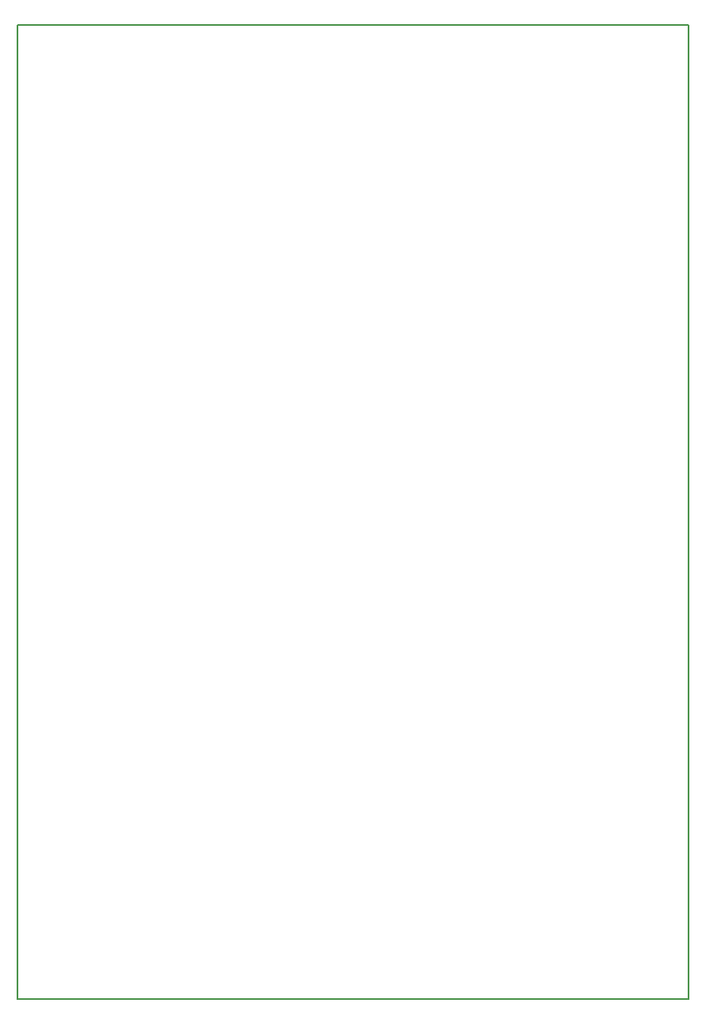
<source format=gm1>
G04 #@! TF.GenerationSoftware,KiCad,Pcbnew,(5.0.0-3-g5ebb6b6)*
G04 #@! TF.CreationDate,2019-04-25T19:55:13+02:00*
G04 #@! TF.ProjectId,pro3320,70726F333332302E6B696361645F7063,rev?*
G04 #@! TF.SameCoordinates,Original*
G04 #@! TF.FileFunction,Profile,NP*
%FSLAX46Y46*%
G04 Gerber Fmt 4.6, Leading zero omitted, Abs format (unit mm)*
G04 Created by KiCad (PCBNEW (5.0.0-3-g5ebb6b6)) date Thursday 25 April 2019 19:55:13*
%MOMM*%
%LPD*%
G01*
G04 APERTURE LIST*
%ADD10C,0.150000*%
G04 APERTURE END LIST*
D10*
X87630000Y-40640000D02*
X87630000Y-139700000D01*
X155956000Y-139700000D02*
X87630000Y-139700000D01*
X155956000Y-40640000D02*
X87630000Y-40640000D01*
X155956000Y-40640000D02*
X155956000Y-139700000D01*
M02*

</source>
